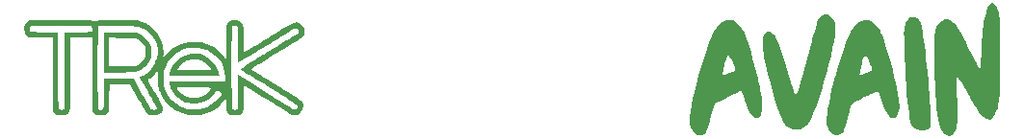
<source format=gbr>
G04 #@! TF.GenerationSoftware,KiCad,Pcbnew,7.0.9*
G04 #@! TF.CreationDate,2024-04-05T23:23:07+09:00*
G04 #@! TF.ProjectId,avain,61766169-6e2e-46b6-9963-61645f706362,rev?*
G04 #@! TF.SameCoordinates,Original*
G04 #@! TF.FileFunction,Legend,Top*
G04 #@! TF.FilePolarity,Positive*
%FSLAX46Y46*%
G04 Gerber Fmt 4.6, Leading zero omitted, Abs format (unit mm)*
G04 Created by KiCad (PCBNEW 7.0.9) date 2024-04-05 23:23:07*
%MOMM*%
%LPD*%
G01*
G04 APERTURE LIST*
G04 APERTURE END LIST*
G36*
X144705188Y-26802205D02*
G01*
X144942804Y-26836258D01*
X145164735Y-26900954D01*
X145396959Y-27002109D01*
X145427263Y-27017233D01*
X145739712Y-27213177D01*
X146017083Y-27463638D01*
X146251930Y-27758530D01*
X146436803Y-28087767D01*
X146564256Y-28441264D01*
X146601128Y-28606873D01*
X146624804Y-28738615D01*
X144425907Y-28738615D01*
X142227011Y-28738615D01*
X142250687Y-28606873D01*
X142345881Y-28265678D01*
X142354845Y-28246776D01*
X142893719Y-28246776D01*
X144423921Y-28246776D01*
X144773779Y-28246061D01*
X145089010Y-28243996D01*
X145364012Y-28240696D01*
X145593180Y-28236279D01*
X145770910Y-28230863D01*
X145891599Y-28224564D01*
X145949642Y-28217499D01*
X145954123Y-28214799D01*
X145931549Y-28165436D01*
X145871958Y-28080736D01*
X145787544Y-27975512D01*
X145690506Y-27864576D01*
X145593037Y-27762741D01*
X145542658Y-27715069D01*
X145302728Y-27530173D01*
X145052135Y-27402767D01*
X144777647Y-27328432D01*
X144466031Y-27302750D01*
X144316316Y-27305611D01*
X144140720Y-27315805D01*
X144011658Y-27331512D01*
X143905401Y-27358003D01*
X143798220Y-27400550D01*
X143718661Y-27438406D01*
X143559508Y-27534419D01*
X143385977Y-27667604D01*
X143216695Y-27820945D01*
X143070283Y-27977427D01*
X142965367Y-28120035D01*
X142957185Y-28134098D01*
X142893719Y-28246776D01*
X142354845Y-28246776D01*
X142502705Y-27934993D01*
X142712557Y-27627351D01*
X142966833Y-27355283D01*
X143256931Y-27131324D01*
X143268750Y-27123800D01*
X143568338Y-26961504D01*
X143869897Y-26856529D01*
X144194030Y-26802986D01*
X144425907Y-26792976D01*
X144705188Y-26802205D01*
G37*
G36*
X138225639Y-24909604D02*
G01*
X138538635Y-24911128D01*
X138796524Y-24914755D01*
X139006886Y-24921375D01*
X139177298Y-24931876D01*
X139315338Y-24947150D01*
X139428585Y-24968084D01*
X139524616Y-24995568D01*
X139611009Y-25030492D01*
X139695343Y-25073745D01*
X139785196Y-25126217D01*
X139806129Y-25138888D01*
X140083601Y-25345515D01*
X140312655Y-25594659D01*
X140489689Y-25877470D01*
X140611099Y-26185100D01*
X140673284Y-26508701D01*
X140672640Y-26839425D01*
X140616948Y-27130354D01*
X140489078Y-27466518D01*
X140310711Y-27754322D01*
X140079862Y-27996238D01*
X139794548Y-28194735D01*
X139735707Y-28226858D01*
X139625704Y-28282371D01*
X139521257Y-28328189D01*
X139414351Y-28365238D01*
X139296971Y-28394443D01*
X139161103Y-28416729D01*
X138998730Y-28433021D01*
X138801839Y-28444244D01*
X138562414Y-28451323D01*
X138272441Y-28455183D01*
X137923904Y-28456749D01*
X137742159Y-28456954D01*
X136468646Y-28457564D01*
X136468646Y-26683429D01*
X136468646Y-25397573D01*
X136960486Y-25397573D01*
X136960486Y-26665447D01*
X136960486Y-27933321D01*
X138111039Y-27923174D01*
X139261592Y-27913028D01*
X139456825Y-27814098D01*
X139670729Y-27684954D01*
X139837390Y-27532045D01*
X139974206Y-27337259D01*
X140044825Y-27201979D01*
X140110053Y-27059034D01*
X140148732Y-26948548D01*
X140167466Y-26841029D01*
X140172854Y-26706985D01*
X140172688Y-26630732D01*
X140164469Y-26439065D01*
X140140803Y-26293758D01*
X140098954Y-26174023D01*
X139982223Y-25979949D01*
X139816300Y-25790396D01*
X139620536Y-25625330D01*
X139483362Y-25538942D01*
X139261592Y-25418698D01*
X138111039Y-25408136D01*
X136960486Y-25397573D01*
X136468646Y-25397573D01*
X136468646Y-24909293D01*
X137849960Y-24909293D01*
X138225639Y-24909604D01*
G37*
G36*
X132747805Y-23855568D02*
G01*
X133267106Y-23855764D01*
X133720596Y-23856321D01*
X134112726Y-23857315D01*
X134447947Y-23858826D01*
X134730711Y-23860932D01*
X134965469Y-23863710D01*
X135156671Y-23867240D01*
X135308770Y-23871599D01*
X135426216Y-23876866D01*
X135513460Y-23883119D01*
X135574954Y-23890436D01*
X135615148Y-23898896D01*
X135634586Y-23906342D01*
X135709096Y-23936425D01*
X135777910Y-23933039D01*
X135858026Y-23904038D01*
X135895673Y-23891802D01*
X135948692Y-23881712D01*
X136023080Y-23873635D01*
X136124835Y-23867437D01*
X136259955Y-23862982D01*
X136434438Y-23860138D01*
X136654283Y-23858770D01*
X136925486Y-23858744D01*
X137254046Y-23859925D01*
X137645961Y-23862180D01*
X137710897Y-23862605D01*
X139437249Y-23874034D01*
X139759306Y-23983002D01*
X140120231Y-24126101D01*
X140430098Y-24296610D01*
X140705876Y-24504364D01*
X140789033Y-24579690D01*
X141058979Y-24858698D01*
X141272917Y-25138272D01*
X141442818Y-25436747D01*
X141580654Y-25772457D01*
X141594811Y-25813749D01*
X141656003Y-26049635D01*
X141697863Y-26322416D01*
X141717593Y-26602490D01*
X141712399Y-26860255D01*
X141702403Y-26952703D01*
X141686706Y-27076870D01*
X141678458Y-27170564D01*
X141679240Y-27215264D01*
X141679901Y-27216353D01*
X141704864Y-27197898D01*
X141753443Y-27136260D01*
X141782685Y-27093782D01*
X141995904Y-26824894D01*
X142267224Y-26568228D01*
X142584595Y-26332113D01*
X142935964Y-26124877D01*
X143309279Y-25954847D01*
X143555059Y-25869121D01*
X143677696Y-25833258D01*
X143784695Y-25807792D01*
X143892447Y-25790995D01*
X144017341Y-25781137D01*
X144175765Y-25776488D01*
X144384110Y-25775319D01*
X144443473Y-25775365D01*
X144667358Y-25776654D01*
X144837493Y-25780959D01*
X144970378Y-25790039D01*
X145082514Y-25805650D01*
X145190402Y-25829552D01*
X145310543Y-25863501D01*
X145332178Y-25870035D01*
X145750632Y-26028137D01*
X146144949Y-26238104D01*
X146504573Y-26492418D01*
X146818949Y-26783558D01*
X147077522Y-27104006D01*
X147089761Y-27122102D01*
X147218854Y-27314856D01*
X147219049Y-25857372D01*
X147219934Y-25510873D01*
X147222390Y-25193411D01*
X147226271Y-24911753D01*
X147231427Y-24672664D01*
X147237709Y-24482913D01*
X147244968Y-24349265D01*
X147253057Y-24278487D01*
X147253837Y-24275370D01*
X147316944Y-24147709D01*
X147423749Y-24022594D01*
X147551166Y-23924396D01*
X147616369Y-23892637D01*
X147708453Y-23872699D01*
X147843425Y-23860656D01*
X147999603Y-23856447D01*
X148155303Y-23860008D01*
X148288842Y-23871277D01*
X148378536Y-23890190D01*
X148389282Y-23894873D01*
X148542648Y-24005367D01*
X148668487Y-24154811D01*
X148688927Y-24189100D01*
X148704909Y-24226065D01*
X148718091Y-24278302D01*
X148728891Y-24353102D01*
X148737728Y-24457757D01*
X148745021Y-24599559D01*
X148751186Y-24785802D01*
X148756644Y-25023777D01*
X148761812Y-25320776D01*
X148764635Y-25508640D01*
X148782201Y-26722787D01*
X149695617Y-26164340D01*
X149942869Y-26013105D01*
X150235958Y-25833719D01*
X150560840Y-25634786D01*
X150903468Y-25424907D01*
X151249797Y-25212688D01*
X151585783Y-25006730D01*
X151856198Y-24840899D01*
X152184822Y-24639814D01*
X152460054Y-24473151D01*
X152688115Y-24338144D01*
X152875227Y-24232023D01*
X153027611Y-24152019D01*
X153151486Y-24095365D01*
X153253075Y-24059291D01*
X153338598Y-24041029D01*
X153414275Y-24037811D01*
X153486329Y-24046868D01*
X153560979Y-24065431D01*
X153583688Y-24072103D01*
X153728685Y-24147588D01*
X153867491Y-24276815D01*
X153988223Y-24443497D01*
X154079000Y-24631343D01*
X154127003Y-24816962D01*
X154133979Y-24969153D01*
X154105895Y-25103682D01*
X154036570Y-25228747D01*
X153919820Y-25352544D01*
X153749462Y-25483269D01*
X153519315Y-25629118D01*
X153510402Y-25634419D01*
X153407619Y-25696002D01*
X153258532Y-25786120D01*
X153069110Y-25901117D01*
X152845320Y-26037334D01*
X152593130Y-26191114D01*
X152318508Y-26358800D01*
X152027422Y-26536734D01*
X151725841Y-26721259D01*
X151419731Y-26908717D01*
X151115060Y-27095451D01*
X150817797Y-27277803D01*
X150533910Y-27452117D01*
X150269366Y-27614734D01*
X150030133Y-27761997D01*
X149822179Y-27890248D01*
X149651472Y-27995831D01*
X149523979Y-28075088D01*
X149445670Y-28124361D01*
X149422396Y-28139775D01*
X149446367Y-28162186D01*
X149525056Y-28217977D01*
X149653270Y-28303812D01*
X149825822Y-28416354D01*
X150037522Y-28552267D01*
X150283178Y-28708215D01*
X150557602Y-28880863D01*
X150855604Y-29066872D01*
X151108703Y-29223807D01*
X151575004Y-29512228D01*
X151985186Y-29766312D01*
X152342988Y-29988519D01*
X152652146Y-30181308D01*
X152916399Y-30347140D01*
X153139484Y-30488474D01*
X153325141Y-30607770D01*
X153477107Y-30707488D01*
X153599119Y-30790087D01*
X153694917Y-30858027D01*
X153768237Y-30913768D01*
X153822818Y-30959770D01*
X153862398Y-30998492D01*
X153890714Y-31032395D01*
X153911506Y-31063938D01*
X153915414Y-31070756D01*
X153999275Y-31274969D01*
X154014978Y-31472797D01*
X153962877Y-31673431D01*
X153940621Y-31722414D01*
X153803958Y-31945296D01*
X153642454Y-32103949D01*
X153453347Y-32200847D01*
X153385962Y-32219348D01*
X153242966Y-32243339D01*
X153129899Y-32239597D01*
X153052680Y-32221378D01*
X153009035Y-32202593D01*
X152932057Y-32161946D01*
X152819563Y-32098093D01*
X152669371Y-32009693D01*
X152479297Y-31895401D01*
X152247159Y-31753876D01*
X151970773Y-31583774D01*
X151647956Y-31383753D01*
X151276525Y-31152469D01*
X150854297Y-30888581D01*
X150379089Y-30590744D01*
X149848719Y-30257617D01*
X149344303Y-29940296D01*
X148782201Y-29586470D01*
X148764635Y-30718745D01*
X148759538Y-31043773D01*
X148754385Y-31306432D01*
X148747680Y-31514602D01*
X148737929Y-31676163D01*
X148723637Y-31798992D01*
X148703310Y-31890970D01*
X148675451Y-31959976D01*
X148638566Y-32013890D01*
X148591161Y-32060591D01*
X148531740Y-32107957D01*
X148495895Y-32135239D01*
X148424434Y-32184239D01*
X148353034Y-32215121D01*
X148261142Y-32233070D01*
X148128201Y-32243275D01*
X148054944Y-32246508D01*
X147866906Y-32251112D01*
X147731522Y-32245074D01*
X147631533Y-32224752D01*
X147549682Y-32186504D01*
X147468708Y-32126687D01*
X147462482Y-32121476D01*
X147376040Y-32038546D01*
X147312335Y-31948134D01*
X147268112Y-31838165D01*
X147240118Y-31696564D01*
X147225098Y-31511255D01*
X147219797Y-31270163D01*
X147219625Y-31220297D01*
X147218854Y-30698244D01*
X147066226Y-30905573D01*
X146753445Y-31274856D01*
X146401213Y-31587928D01*
X146012855Y-31842366D01*
X145591698Y-32035751D01*
X145443887Y-32086451D01*
X144979068Y-32198682D01*
X144516244Y-32244566D01*
X144061107Y-32226675D01*
X143619347Y-32147586D01*
X143196658Y-32009872D01*
X142798731Y-31816108D01*
X142431258Y-31568869D01*
X142099932Y-31270730D01*
X141810443Y-30924264D01*
X141568484Y-30532046D01*
X141450262Y-30280065D01*
X141358644Y-30042623D01*
X141293757Y-29823776D01*
X141248847Y-29595240D01*
X141217162Y-29328731D01*
X141213562Y-29288675D01*
X141205198Y-29118200D01*
X141205473Y-28919405D01*
X141208994Y-28826706D01*
X141706147Y-28826706D01*
X141706203Y-29004575D01*
X141710735Y-29152653D01*
X141720879Y-29360104D01*
X141735910Y-29520231D01*
X141759583Y-29655963D01*
X141795651Y-29790228D01*
X141834263Y-29907128D01*
X142007287Y-30309514D01*
X142231509Y-30665063D01*
X142508316Y-30975195D01*
X142839095Y-31241329D01*
X143225233Y-31464887D01*
X143456243Y-31567995D01*
X143801564Y-31674865D01*
X144180309Y-31732613D01*
X144574798Y-31740332D01*
X144967349Y-31697119D01*
X145160842Y-31655244D01*
X145549466Y-31519835D01*
X145913053Y-31318997D01*
X146250963Y-31053192D01*
X146562554Y-30722883D01*
X146701408Y-30543176D01*
X146789126Y-30409783D01*
X146825756Y-30311832D01*
X146810602Y-30235798D01*
X146742968Y-30168155D01*
X146680013Y-30127787D01*
X146579989Y-30075552D01*
X146497424Y-30043393D01*
X146470333Y-30038477D01*
X146422464Y-30065275D01*
X146350852Y-30135716D01*
X146270562Y-30234870D01*
X146266468Y-30240483D01*
X146124901Y-30426724D01*
X145997481Y-30570564D01*
X145864598Y-30691225D01*
X145706648Y-30807930D01*
X145646479Y-30848324D01*
X145314998Y-31026556D01*
X144955261Y-31146796D01*
X144579591Y-31207589D01*
X144200317Y-31207479D01*
X143829765Y-31145009D01*
X143639252Y-31085430D01*
X143337162Y-30940862D01*
X143048098Y-30739545D01*
X142787644Y-30494948D01*
X142571380Y-30220540D01*
X142496287Y-30097510D01*
X142436609Y-29974730D01*
X142374043Y-29820588D01*
X142364102Y-29792557D01*
X142893719Y-29792557D01*
X142957185Y-29901171D01*
X143136968Y-30143416D01*
X143371108Y-30355945D01*
X143646399Y-30528314D01*
X143873350Y-30625452D01*
X143993582Y-30663587D01*
X144103153Y-30686936D01*
X144224584Y-30698094D01*
X144380398Y-30699652D01*
X144496170Y-30697158D01*
X144680263Y-30689796D01*
X144815043Y-30677152D01*
X144921446Y-30655477D01*
X145020406Y-30621019D01*
X145088417Y-30591028D01*
X145388975Y-30421667D01*
X145633957Y-30219336D01*
X145767356Y-30063100D01*
X145840020Y-29966856D01*
X145898238Y-29896402D01*
X145927172Y-29868675D01*
X145956340Y-29850827D01*
X145951884Y-29835841D01*
X145909477Y-29823497D01*
X145824793Y-29813578D01*
X145693507Y-29805863D01*
X145511292Y-29800134D01*
X145273822Y-29796172D01*
X144976772Y-29793757D01*
X144615814Y-29792671D01*
X144423921Y-29792557D01*
X142893719Y-29792557D01*
X142364102Y-29792557D01*
X142352980Y-29761198D01*
X147091746Y-29761198D01*
X147093918Y-29784403D01*
X147131025Y-29827689D01*
X147181849Y-29879482D01*
X147206733Y-29897952D01*
X147216599Y-29868383D01*
X147218854Y-29827689D01*
X147195078Y-29769927D01*
X147143146Y-29757426D01*
X147091746Y-29761198D01*
X142352980Y-29761198D01*
X142315415Y-29655280D01*
X142267549Y-29498999D01*
X142237272Y-29371943D01*
X142230195Y-29310207D01*
X142242717Y-29301250D01*
X142283067Y-29293502D01*
X142355425Y-29286888D01*
X142463970Y-29281331D01*
X142612882Y-29276754D01*
X142806339Y-29273080D01*
X143048521Y-29270234D01*
X143343608Y-29268139D01*
X143695777Y-29266717D01*
X144109210Y-29265894D01*
X144588084Y-29265592D01*
X144667526Y-29265586D01*
X145145500Y-29265447D01*
X145558025Y-29264959D01*
X145909914Y-29264018D01*
X146205980Y-29262519D01*
X146451037Y-29260359D01*
X146649897Y-29257432D01*
X146807374Y-29253636D01*
X146928281Y-29248864D01*
X147017431Y-29243014D01*
X147079637Y-29235980D01*
X147119713Y-29227658D01*
X147142472Y-29217944D01*
X147149515Y-29211776D01*
X147171416Y-29160072D01*
X147180476Y-29066306D01*
X147177365Y-28919306D01*
X147172262Y-28834114D01*
X147109212Y-28390214D01*
X146984098Y-27976274D01*
X146972573Y-27952466D01*
X147707986Y-27952466D01*
X147708446Y-28392465D01*
X147709456Y-28828239D01*
X147711012Y-29254097D01*
X147713110Y-29664344D01*
X147715745Y-30053288D01*
X147718913Y-30415237D01*
X147722608Y-30744497D01*
X147726828Y-31035376D01*
X147731566Y-31282181D01*
X147736818Y-31479219D01*
X147742581Y-31620798D01*
X147748849Y-31701224D01*
X147752851Y-31717758D01*
X147812583Y-31743079D01*
X147912974Y-31756774D01*
X148029309Y-31758934D01*
X148136872Y-31749651D01*
X148210950Y-31729016D01*
X148226808Y-31716001D01*
X148233233Y-31672542D01*
X148239967Y-31566304D01*
X148246784Y-31404770D01*
X148253464Y-31195420D01*
X148259783Y-30945738D01*
X148265517Y-30663204D01*
X148270445Y-30355301D01*
X148272795Y-30172305D01*
X148290361Y-28672524D01*
X149238909Y-29270926D01*
X149813870Y-29633482D01*
X150332376Y-29960060D01*
X150797257Y-30252392D01*
X151211343Y-30512208D01*
X151577464Y-30741242D01*
X151898450Y-30941225D01*
X152177132Y-31113890D01*
X152416339Y-31260969D01*
X152618902Y-31384193D01*
X152787650Y-31485295D01*
X152925414Y-31566007D01*
X153035024Y-31628060D01*
X153119310Y-31673188D01*
X153181102Y-31703121D01*
X153223231Y-31719593D01*
X153247682Y-31724349D01*
X153331407Y-31705648D01*
X153401792Y-31640054D01*
X153428328Y-31601882D01*
X153479097Y-31506625D01*
X153506052Y-31423144D01*
X153507374Y-31408032D01*
X153501123Y-31386384D01*
X153480170Y-31357708D01*
X153441209Y-31319851D01*
X153380939Y-31270656D01*
X153296055Y-31207970D01*
X153183254Y-31129638D01*
X153039232Y-31033504D01*
X152860687Y-30917415D01*
X152644314Y-30779215D01*
X152386810Y-30616750D01*
X152084872Y-30427864D01*
X151735196Y-30210404D01*
X151334479Y-29962214D01*
X150879417Y-29681140D01*
X150521205Y-29460238D01*
X150181023Y-29250354D01*
X149857889Y-29050591D01*
X149556876Y-28864111D01*
X149283057Y-28694074D01*
X149041506Y-28543643D01*
X148837295Y-28415980D01*
X148675498Y-28314246D01*
X148561188Y-28241603D01*
X148499438Y-28201213D01*
X148490242Y-28194488D01*
X148491779Y-28179519D01*
X148518249Y-28151109D01*
X148573084Y-28107033D01*
X148659714Y-28045066D01*
X148781574Y-27962985D01*
X148942093Y-27858563D01*
X149144705Y-27729577D01*
X149392840Y-27573800D01*
X149689932Y-27389010D01*
X150039411Y-27172981D01*
X150444711Y-26923487D01*
X150562994Y-26850812D01*
X150927929Y-26626745D01*
X151285984Y-26407052D01*
X151630959Y-26195528D01*
X151956653Y-25995968D01*
X152256866Y-25812167D01*
X152525397Y-25647921D01*
X152756047Y-25507025D01*
X152942614Y-25393274D01*
X153078899Y-25310462D01*
X153129705Y-25279763D01*
X153290744Y-25179726D01*
X153431358Y-25086589D01*
X153539725Y-25008623D01*
X153604020Y-24954101D01*
X153615001Y-24940251D01*
X153630398Y-24883005D01*
X153612059Y-24811370D01*
X153560829Y-24714196D01*
X153487951Y-24609777D01*
X153415423Y-24560295D01*
X153323307Y-24553418D01*
X153304381Y-24555584D01*
X153264632Y-24574841D01*
X153172536Y-24626760D01*
X153035452Y-24706965D01*
X152860741Y-24811081D01*
X152655764Y-24934731D01*
X152427881Y-25073542D01*
X152268005Y-25171644D01*
X152023897Y-25321714D01*
X151731843Y-25501013D01*
X151403872Y-25702169D01*
X151052016Y-25917812D01*
X150688305Y-26140568D01*
X150324769Y-26363067D01*
X149973439Y-26577936D01*
X149783446Y-26694055D01*
X148290361Y-27606335D01*
X148281216Y-26023841D01*
X148278046Y-25597809D01*
X148273820Y-25239888D01*
X148268473Y-24947929D01*
X148261943Y-24719787D01*
X148254166Y-24553315D01*
X148245077Y-24446367D01*
X148234615Y-24396797D01*
X148233001Y-24394269D01*
X148169943Y-24364045D01*
X148050271Y-24348653D01*
X147988679Y-24347191D01*
X147865645Y-24351708D01*
X147793637Y-24368794D01*
X147753798Y-24403754D01*
X147747061Y-24415144D01*
X147740561Y-24461799D01*
X147734666Y-24572543D01*
X147729371Y-24741683D01*
X147724672Y-24963527D01*
X147720565Y-25232381D01*
X147717044Y-25542553D01*
X147714105Y-25888350D01*
X147711744Y-26264080D01*
X147709956Y-26664049D01*
X147708737Y-27082565D01*
X147708081Y-27513935D01*
X147707986Y-27952466D01*
X146972573Y-27952466D01*
X146800096Y-27596161D01*
X146560381Y-27253746D01*
X146268130Y-26952895D01*
X145926517Y-26697479D01*
X145538718Y-26491366D01*
X145128535Y-26344213D01*
X144898587Y-26296582D01*
X144629494Y-26268850D01*
X144345303Y-26261300D01*
X144070066Y-26274213D01*
X143827829Y-26307873D01*
X143742878Y-26327944D01*
X143321550Y-26478299D01*
X142939930Y-26684571D01*
X142601844Y-26942799D01*
X142311121Y-27249018D01*
X142071586Y-27599265D01*
X141887066Y-27989578D01*
X141771820Y-28369151D01*
X141737046Y-28533488D01*
X141715792Y-28677842D01*
X141706147Y-28826706D01*
X141208994Y-28826706D01*
X141213321Y-28712816D01*
X141227680Y-28518957D01*
X141247483Y-28358353D01*
X141266499Y-28267719D01*
X141260395Y-28254831D01*
X141223767Y-28292528D01*
X141166616Y-28369736D01*
X140962594Y-28614769D01*
X140699785Y-28847453D01*
X140529047Y-28969776D01*
X140431410Y-29041090D01*
X140365360Y-29101968D01*
X140344950Y-29139420D01*
X140345087Y-29139796D01*
X140365485Y-29178273D01*
X140416694Y-29270440D01*
X140494599Y-29409019D01*
X140595088Y-29586731D01*
X140714045Y-29796300D01*
X140847359Y-30030445D01*
X140962229Y-30231700D01*
X141146265Y-30555389D01*
X141297037Y-30825081D01*
X141417299Y-31047106D01*
X141509801Y-31227798D01*
X141577295Y-31373488D01*
X141622535Y-31490510D01*
X141648270Y-31585195D01*
X141657254Y-31663876D01*
X141652238Y-31732885D01*
X141638954Y-31788900D01*
X141571262Y-31957409D01*
X141477533Y-32080428D01*
X141348226Y-32163484D01*
X141173801Y-32212103D01*
X140944719Y-32231812D01*
X140872549Y-32232893D01*
X140750940Y-32233419D01*
X140647553Y-32230693D01*
X140557751Y-32219709D01*
X140476893Y-32195456D01*
X140400342Y-32152927D01*
X140323457Y-32087112D01*
X140241601Y-31993003D01*
X140150134Y-31865592D01*
X140044418Y-31699868D01*
X139919812Y-31490825D01*
X139771680Y-31233452D01*
X139595380Y-30922742D01*
X139495155Y-30745708D01*
X138775559Y-29475212D01*
X137876805Y-29484576D01*
X136978051Y-29493940D01*
X136960486Y-30670842D01*
X136955295Y-31007404D01*
X136949840Y-31281258D01*
X136942714Y-31499954D01*
X136932505Y-31671036D01*
X136917807Y-31802053D01*
X136897208Y-31900551D01*
X136869301Y-31974077D01*
X136832677Y-32030177D01*
X136785926Y-32076400D01*
X136727640Y-32120292D01*
X136684290Y-32150193D01*
X136609409Y-32193444D01*
X136524726Y-32220947D01*
X136409914Y-32237210D01*
X136250033Y-32246531D01*
X136060700Y-32247629D01*
X135913690Y-32235374D01*
X135834421Y-32215854D01*
X135707984Y-32133761D01*
X135591810Y-32007351D01*
X135507102Y-31861714D01*
X135487079Y-31804790D01*
X135479618Y-31741339D01*
X135472988Y-31607871D01*
X135467194Y-31404630D01*
X135462236Y-31131858D01*
X135458119Y-30789797D01*
X135454845Y-30378689D01*
X135452416Y-29898776D01*
X135450836Y-29350301D01*
X135450107Y-28733506D01*
X135450054Y-28527827D01*
X135450046Y-28373460D01*
X135937522Y-28373460D01*
X135938097Y-28810008D01*
X135939307Y-29236815D01*
X135941154Y-29648182D01*
X135943641Y-30038413D01*
X135946769Y-30401810D01*
X135950540Y-30732674D01*
X135954958Y-31025309D01*
X135960024Y-31274016D01*
X135965741Y-31473097D01*
X135972111Y-31616855D01*
X135979136Y-31699593D01*
X135983833Y-31717758D01*
X136041485Y-31742150D01*
X136141470Y-31757372D01*
X136205161Y-31759916D01*
X136316653Y-31752090D01*
X136401291Y-31732145D01*
X136426488Y-31717758D01*
X136438071Y-31686527D01*
X136447559Y-31615067D01*
X136455093Y-31498697D01*
X136460817Y-31332733D01*
X136464871Y-31112493D01*
X136467400Y-30833293D01*
X136468544Y-30490453D01*
X136468646Y-30329640D01*
X136468646Y-28983680D01*
X137773432Y-28992890D01*
X139078219Y-29002101D01*
X139837402Y-30343640D01*
X140049964Y-30717071D01*
X140230574Y-31029610D01*
X140380012Y-31282536D01*
X140499058Y-31477131D01*
X140588492Y-31614675D01*
X140649095Y-31696449D01*
X140677284Y-31722547D01*
X140778632Y-31749101D01*
X140909704Y-31759305D01*
X141032842Y-31751677D01*
X141085551Y-31738591D01*
X141128745Y-31690658D01*
X141141122Y-31633113D01*
X141122993Y-31577203D01*
X141068978Y-31462237D01*
X140979637Y-31289230D01*
X140855528Y-31059196D01*
X140697211Y-30773152D01*
X140505243Y-30432112D01*
X140280186Y-30037092D01*
X140022597Y-29589107D01*
X139880488Y-29343345D01*
X139790964Y-29187722D01*
X139715628Y-29054740D01*
X139660795Y-28955702D01*
X139632778Y-28901912D01*
X139630472Y-28895772D01*
X139659745Y-28874277D01*
X139738554Y-28829280D01*
X139853381Y-28768284D01*
X139937872Y-28725149D01*
X140239107Y-28554940D01*
X140482579Y-28371928D01*
X140680783Y-28162858D01*
X140846217Y-27914473D01*
X140991377Y-27613516D01*
X140995810Y-27602910D01*
X141099687Y-27329429D01*
X141113300Y-27280662D01*
X141632961Y-27280662D01*
X141650527Y-27298228D01*
X141668093Y-27280662D01*
X141650527Y-27263097D01*
X141632961Y-27280662D01*
X141113300Y-27280662D01*
X141167026Y-27088187D01*
X141203145Y-26854992D01*
X141213383Y-26613166D01*
X141195424Y-26302457D01*
X141137862Y-26020298D01*
X141033753Y-25737568D01*
X140974613Y-25611921D01*
X140819868Y-25360580D01*
X140613246Y-25113911D01*
X140372005Y-24889129D01*
X140113399Y-24703450D01*
X139999351Y-24638983D01*
X139883767Y-24579669D01*
X139781513Y-24529802D01*
X139685366Y-24488508D01*
X139588101Y-24454913D01*
X139482496Y-24428141D01*
X139361327Y-24407320D01*
X139217371Y-24391574D01*
X139043403Y-24380030D01*
X138832199Y-24371812D01*
X138576538Y-24366048D01*
X138269194Y-24361862D01*
X137902944Y-24358380D01*
X137664285Y-24356369D01*
X137282160Y-24353307D01*
X136964209Y-24351210D01*
X136704349Y-24350253D01*
X136496495Y-24350608D01*
X136334565Y-24352450D01*
X136212474Y-24355953D01*
X136124138Y-24361292D01*
X136063474Y-24368639D01*
X136024397Y-24378170D01*
X136000825Y-24390058D01*
X135986761Y-24404355D01*
X135979293Y-24449045D01*
X135972430Y-24558064D01*
X135966175Y-24725715D01*
X135960528Y-24946300D01*
X135955494Y-25214120D01*
X135951074Y-25523480D01*
X135947271Y-25868680D01*
X135944086Y-26244022D01*
X135941522Y-26643811D01*
X135939581Y-27062346D01*
X135938266Y-27493931D01*
X135937579Y-27932868D01*
X135937522Y-28373460D01*
X135450046Y-28373460D01*
X135449881Y-25383567D01*
X134483745Y-25393435D01*
X133517609Y-25403304D01*
X133517609Y-28565172D01*
X133517496Y-29116043D01*
X133517110Y-29600978D01*
X133516380Y-30024303D01*
X133515235Y-30390345D01*
X133513604Y-30703430D01*
X133511416Y-30967884D01*
X133508599Y-31188033D01*
X133505083Y-31368205D01*
X133500797Y-31512726D01*
X133495670Y-31625921D01*
X133489630Y-31712118D01*
X133482607Y-31775642D01*
X133474530Y-31820820D01*
X133465327Y-31851979D01*
X133463572Y-31856370D01*
X133374838Y-32018232D01*
X133258295Y-32133309D01*
X133104012Y-32206877D01*
X132902057Y-32244213D01*
X132719769Y-32251624D01*
X132548815Y-32247554D01*
X132429607Y-32233611D01*
X132343977Y-32206932D01*
X132305576Y-32186391D01*
X132161618Y-32073951D01*
X132061241Y-31932367D01*
X132025864Y-31856370D01*
X132016456Y-31827250D01*
X132008185Y-31784880D01*
X132000981Y-31724933D01*
X131994773Y-31643083D01*
X131989489Y-31535005D01*
X131985059Y-31396374D01*
X131981412Y-31222863D01*
X131978476Y-31010148D01*
X131976181Y-30753902D01*
X131974455Y-30449801D01*
X131973229Y-30093518D01*
X131972430Y-29680727D01*
X131971987Y-29207104D01*
X131971831Y-28668323D01*
X131971827Y-28564087D01*
X131971827Y-25401133D01*
X131032062Y-25400937D01*
X130710489Y-25399822D01*
X130451058Y-25395998D01*
X130245673Y-25388518D01*
X130086237Y-25376439D01*
X129964651Y-25358815D01*
X129872819Y-25334703D01*
X129802642Y-25303158D01*
X129746024Y-25263236D01*
X129730008Y-25249056D01*
X129621030Y-25132309D01*
X129550641Y-25010608D01*
X129511759Y-24864572D01*
X129497298Y-24674820D01*
X129496931Y-24637894D01*
X130005007Y-24637894D01*
X130007583Y-24754176D01*
X130021111Y-24820200D01*
X130053118Y-24855885D01*
X130094585Y-24875031D01*
X130152915Y-24883935D01*
X130273553Y-24891849D01*
X130448544Y-24898551D01*
X130669939Y-24903819D01*
X130929783Y-24907433D01*
X131220126Y-24909169D01*
X131324183Y-24909293D01*
X132463667Y-24909293D01*
X132463667Y-28292447D01*
X132463870Y-28887463D01*
X132464507Y-29415429D01*
X132465617Y-29879555D01*
X132467238Y-30283053D01*
X132469412Y-30629133D01*
X132472177Y-30921008D01*
X132475573Y-31161888D01*
X132479639Y-31354983D01*
X132484415Y-31503506D01*
X132489941Y-31610668D01*
X132496256Y-31679679D01*
X132503399Y-31713751D01*
X132505825Y-31717758D01*
X132562204Y-31740845D01*
X132663399Y-31756157D01*
X132750508Y-31759916D01*
X132872794Y-31755254D01*
X132944196Y-31737671D01*
X132983688Y-31701769D01*
X132989402Y-31691962D01*
X132996499Y-31643675D01*
X133002822Y-31526668D01*
X133008372Y-31340767D01*
X133013152Y-31085794D01*
X133017162Y-30761575D01*
X133020406Y-30367933D01*
X133022884Y-29904693D01*
X133024599Y-29371679D01*
X133025553Y-28768715D01*
X133025769Y-28266651D01*
X133025769Y-24909293D01*
X134193888Y-24908755D01*
X134474901Y-24907782D01*
X134734346Y-24905268D01*
X134963637Y-24901422D01*
X135154186Y-24896451D01*
X135297406Y-24890566D01*
X135384711Y-24883975D01*
X135407655Y-24879262D01*
X135433958Y-24832768D01*
X135444676Y-24731659D01*
X135442786Y-24607531D01*
X135432270Y-24364757D01*
X132746928Y-24355753D01*
X132228864Y-24354234D01*
X131777095Y-24353419D01*
X131387656Y-24353357D01*
X131056584Y-24354102D01*
X130779914Y-24355703D01*
X130553681Y-24358212D01*
X130373921Y-24361681D01*
X130236669Y-24366160D01*
X130137960Y-24371702D01*
X130073832Y-24378357D01*
X130040317Y-24386177D01*
X130033566Y-24390884D01*
X130018124Y-24448455D01*
X130007718Y-24550606D01*
X130005007Y-24637894D01*
X129496931Y-24637894D01*
X129496661Y-24610676D01*
X129508115Y-24391058D01*
X129546968Y-24224181D01*
X129619952Y-24095630D01*
X129733801Y-23990992D01*
X129808607Y-23942869D01*
X129957945Y-23855351D01*
X132747805Y-23855568D01*
G37*
G36*
X207822485Y-23573341D02*
G01*
X208003891Y-23663110D01*
X208150518Y-23821987D01*
X208268631Y-24057658D01*
X208364493Y-24377809D01*
X208396091Y-24521748D01*
X208445534Y-24797345D01*
X208499942Y-25157714D01*
X208558238Y-25591789D01*
X208619346Y-26088500D01*
X208682187Y-26636781D01*
X208745686Y-27225564D01*
X208808766Y-27843782D01*
X208870349Y-28480366D01*
X208929359Y-29124250D01*
X208984719Y-29764365D01*
X209035352Y-30389644D01*
X209080180Y-30989020D01*
X209118129Y-31551424D01*
X209148119Y-32065790D01*
X209165340Y-32427611D01*
X209175752Y-32733662D01*
X209175189Y-32960688D01*
X209159949Y-33125422D01*
X209126328Y-33244594D01*
X209070626Y-33334933D01*
X208989140Y-33413172D01*
X208938629Y-33452197D01*
X208763797Y-33531873D01*
X208532575Y-33566842D01*
X208274178Y-33555917D01*
X208017817Y-33497915D01*
X207996093Y-33490434D01*
X207766362Y-33387722D01*
X207599892Y-33255760D01*
X207479378Y-33074072D01*
X207387512Y-32822181D01*
X207367093Y-32746228D01*
X207301038Y-32437392D01*
X207236802Y-32036833D01*
X207174734Y-31548843D01*
X207115183Y-30977718D01*
X207058498Y-30327753D01*
X207005029Y-29603241D01*
X206955124Y-28808479D01*
X206909134Y-27947759D01*
X206867406Y-27025378D01*
X206836421Y-26220564D01*
X206820763Y-25740900D01*
X206811878Y-25345493D01*
X206810704Y-25022746D01*
X206818182Y-24761062D01*
X206835249Y-24548844D01*
X206862844Y-24374497D01*
X206901905Y-24226423D01*
X206953373Y-24093027D01*
X207018184Y-23962711D01*
X207019358Y-23960544D01*
X207153590Y-23750031D01*
X207292128Y-23620239D01*
X207454638Y-23557093D01*
X207600036Y-23544993D01*
X207822485Y-23573341D01*
G37*
G36*
X200095383Y-23370644D02*
G01*
X200316984Y-23468981D01*
X200510027Y-23646916D01*
X200564408Y-23722996D01*
X200676216Y-23923065D01*
X200745342Y-24121821D01*
X200777578Y-24347546D01*
X200778718Y-24628524D01*
X200773052Y-24741648D01*
X200730925Y-25182918D01*
X200652185Y-25710685D01*
X200537258Y-26322846D01*
X200386571Y-27017299D01*
X200200550Y-27791940D01*
X199992651Y-28595846D01*
X199775289Y-29381937D01*
X199557864Y-30110618D01*
X199342231Y-30777099D01*
X199130249Y-31376593D01*
X198923773Y-31904310D01*
X198724661Y-32355463D01*
X198534770Y-32725261D01*
X198355956Y-33008916D01*
X198216435Y-33176350D01*
X197968687Y-33362326D01*
X197676567Y-33481973D01*
X197364803Y-33530479D01*
X197058123Y-33503028D01*
X196866431Y-33439125D01*
X196691960Y-33340891D01*
X196526938Y-33205933D01*
X196368960Y-33028685D01*
X196215617Y-32803578D01*
X196064502Y-32525045D01*
X195913208Y-32187519D01*
X195759327Y-31785432D01*
X195600452Y-31313217D01*
X195434176Y-30765305D01*
X195258090Y-30136130D01*
X195069788Y-29420124D01*
X194986073Y-29090560D01*
X194855767Y-28570041D01*
X194747717Y-28130616D01*
X194659515Y-27760569D01*
X194588755Y-27448185D01*
X194533030Y-27181748D01*
X194489934Y-26949543D01*
X194457059Y-26739855D01*
X194432000Y-26540968D01*
X194412349Y-26341166D01*
X194406235Y-26268000D01*
X194391555Y-25836668D01*
X194422447Y-25481595D01*
X194498242Y-25205171D01*
X194618271Y-25009786D01*
X194781864Y-24897828D01*
X194790918Y-24894553D01*
X194979957Y-24877122D01*
X195172202Y-24948569D01*
X195354034Y-25103224D01*
X195387254Y-25142765D01*
X195493008Y-25307655D01*
X195618183Y-25559090D01*
X195760232Y-25890126D01*
X195916611Y-26293824D01*
X196084776Y-26763242D01*
X196262180Y-27291440D01*
X196446281Y-27871475D01*
X196634531Y-28496407D01*
X196702657Y-28730447D01*
X196793866Y-29044500D01*
X196880917Y-29340322D01*
X196958723Y-29600933D01*
X197022199Y-29809352D01*
X197066262Y-29948601D01*
X197076503Y-29978840D01*
X197153006Y-30163437D01*
X197235769Y-30311076D01*
X197313307Y-30405339D01*
X197374137Y-30429806D01*
X197386485Y-30422041D01*
X197412750Y-30362746D01*
X197460949Y-30219920D01*
X197528465Y-30002874D01*
X197612682Y-29720916D01*
X197710984Y-29383358D01*
X197820757Y-28999507D01*
X197939384Y-28578673D01*
X198064249Y-28130166D01*
X198192736Y-27663296D01*
X198322231Y-27187372D01*
X198450117Y-26711703D01*
X198573779Y-26245598D01*
X198690600Y-25798368D01*
X198745445Y-25585456D01*
X198846862Y-25195708D01*
X198945398Y-24828314D01*
X199037548Y-24495513D01*
X199119807Y-24209545D01*
X199188671Y-23982651D01*
X199240633Y-23827070D01*
X199267370Y-23762740D01*
X199431220Y-23547953D01*
X199635304Y-23410657D01*
X199862424Y-23351378D01*
X200095383Y-23370644D01*
G37*
G36*
X191757481Y-23882112D02*
G01*
X192044566Y-24026237D01*
X192316026Y-24260008D01*
X192565014Y-24583837D01*
X192647524Y-24721993D01*
X192765798Y-24963692D01*
X192898849Y-25288972D01*
X193043404Y-25687093D01*
X193196189Y-26147317D01*
X193353929Y-26658906D01*
X193513352Y-27211121D01*
X193671182Y-27793223D01*
X193824147Y-28394476D01*
X193968971Y-29004139D01*
X194014506Y-29205732D01*
X194115956Y-29667500D01*
X194196153Y-30050500D01*
X194257143Y-30369123D01*
X194300973Y-30637761D01*
X194329689Y-30870807D01*
X194345339Y-31082652D01*
X194349968Y-31287688D01*
X194345624Y-31500308D01*
X194344602Y-31526903D01*
X194321060Y-31847296D01*
X194276050Y-32087123D01*
X194204125Y-32260504D01*
X194099842Y-32381557D01*
X193988326Y-32450750D01*
X193851273Y-32499380D01*
X193734242Y-32492889D01*
X193613920Y-32423127D01*
X193466996Y-32281946D01*
X193448535Y-32262060D01*
X193333288Y-32126287D01*
X193231445Y-31978681D01*
X193135895Y-31804192D01*
X193039528Y-31587774D01*
X192935230Y-31314377D01*
X192815890Y-30968953D01*
X192765408Y-30816560D01*
X192681681Y-30562561D01*
X192608638Y-30342641D01*
X192551389Y-30172052D01*
X192515043Y-30066044D01*
X192504574Y-30038090D01*
X192461632Y-30054328D01*
X192353702Y-30108397D01*
X192199338Y-30190770D01*
X192091910Y-30249951D01*
X191908131Y-30348803D01*
X191662781Y-30475789D01*
X191381144Y-30618079D01*
X191088502Y-30762844D01*
X190917113Y-30846055D01*
X190145675Y-31217526D01*
X189867877Y-32320212D01*
X189761892Y-32731809D01*
X189671157Y-33060559D01*
X189591305Y-33317620D01*
X189517971Y-33514152D01*
X189446790Y-33661313D01*
X189373394Y-33770262D01*
X189293419Y-33852156D01*
X189257269Y-33880834D01*
X189078396Y-33964894D01*
X188863368Y-33997803D01*
X188656153Y-33975670D01*
X188567568Y-33941892D01*
X188366532Y-33793113D01*
X188187287Y-33579879D01*
X188055121Y-33333701D01*
X188034805Y-33278044D01*
X187990786Y-33050421D01*
X187980118Y-32739581D01*
X188001663Y-32351928D01*
X188054283Y-31893867D01*
X188136839Y-31371805D01*
X188248192Y-30792144D01*
X188387204Y-30161292D01*
X188552736Y-29485653D01*
X188743649Y-28771631D01*
X188764657Y-28698791D01*
X190857132Y-28698791D01*
X190879175Y-28724811D01*
X190879444Y-28724703D01*
X190940256Y-28701839D01*
X191071326Y-28653663D01*
X191252606Y-28587517D01*
X191438395Y-28520036D01*
X191659737Y-28438980D01*
X191806229Y-28380205D01*
X191893319Y-28333309D01*
X191936453Y-28287890D01*
X191951079Y-28233543D01*
X191952635Y-28173728D01*
X191929991Y-28002478D01*
X191869357Y-27791734D01*
X191781677Y-27565544D01*
X191677896Y-27347957D01*
X191568956Y-27163019D01*
X191465804Y-27034781D01*
X191417684Y-26998272D01*
X191358005Y-26979691D01*
X191309701Y-27011562D01*
X191254431Y-27110545D01*
X191226661Y-27171763D01*
X191175738Y-27312518D01*
X191115925Y-27516974D01*
X191055735Y-27754393D01*
X191016518Y-27930535D01*
X190968156Y-28160251D01*
X190923446Y-28367902D01*
X190887967Y-28527842D01*
X190869864Y-28604665D01*
X190857132Y-28698791D01*
X188764657Y-28698791D01*
X188958806Y-28025633D01*
X188982613Y-27946190D01*
X189136597Y-27447967D01*
X189297624Y-26952101D01*
X189460714Y-26472395D01*
X189620887Y-26022650D01*
X189773162Y-25616668D01*
X189912558Y-25268250D01*
X190034096Y-24991198D01*
X190090252Y-24876692D01*
X190327309Y-24491650D01*
X190589820Y-24193767D01*
X190870940Y-23983458D01*
X191163821Y-23861136D01*
X191461617Y-23827216D01*
X191757481Y-23882112D01*
G37*
G36*
X203689792Y-23859684D02*
G01*
X203936944Y-23953059D01*
X204224388Y-24144705D01*
X204482983Y-24424942D01*
X204714278Y-24795547D01*
X204772946Y-24912796D01*
X204904184Y-25216998D01*
X205047592Y-25601828D01*
X205199526Y-26053197D01*
X205356346Y-26557012D01*
X205514410Y-27099182D01*
X205670076Y-27665617D01*
X205819702Y-28242226D01*
X205959647Y-28814917D01*
X206086268Y-29369600D01*
X206195925Y-29892183D01*
X206284975Y-30368576D01*
X206349776Y-30784687D01*
X206386687Y-31126425D01*
X206389412Y-31167373D01*
X206394249Y-31577514D01*
X206356012Y-31917069D01*
X206275758Y-32180031D01*
X206185756Y-32326820D01*
X206027082Y-32461611D01*
X205859169Y-32501342D01*
X205683648Y-32446367D01*
X205502149Y-32297041D01*
X205384207Y-32152946D01*
X205289335Y-32018361D01*
X205210394Y-31892855D01*
X205139887Y-31759461D01*
X205070315Y-31601214D01*
X204994178Y-31401147D01*
X204903980Y-31142293D01*
X204799871Y-30830813D01*
X204713190Y-30576459D01*
X204634116Y-30358506D01*
X204568298Y-30191429D01*
X204521384Y-30089708D01*
X204501163Y-30065145D01*
X204449040Y-30089805D01*
X204322894Y-30152001D01*
X204134384Y-30245908D01*
X203895170Y-30365702D01*
X203616912Y-30505557D01*
X203321795Y-30654334D01*
X202979973Y-30827226D01*
X202713943Y-30963380D01*
X202513688Y-31069166D01*
X202369189Y-31150955D01*
X202270430Y-31215117D01*
X202207391Y-31268025D01*
X202170056Y-31316049D01*
X202148406Y-31365559D01*
X202136227Y-31408294D01*
X202109953Y-31509326D01*
X202064167Y-31685891D01*
X202003386Y-31920548D01*
X201932129Y-32195855D01*
X201854913Y-32494369D01*
X201843696Y-32537748D01*
X201763442Y-32837685D01*
X201683969Y-33115926D01*
X201610608Y-33355187D01*
X201548687Y-33538185D01*
X201503538Y-33647634D01*
X201498823Y-33656165D01*
X201356939Y-33819943D01*
X201166027Y-33938204D01*
X200953543Y-34001581D01*
X200746943Y-34000706D01*
X200619364Y-33956209D01*
X200375601Y-33768503D01*
X200183393Y-33508985D01*
X200052434Y-33192266D01*
X200019057Y-33051185D01*
X199999661Y-32820732D01*
X200010953Y-32508865D01*
X200050882Y-32124444D01*
X200117397Y-31676332D01*
X200208445Y-31173390D01*
X200321977Y-30624481D01*
X200455940Y-30038465D01*
X200608283Y-29424205D01*
X200776954Y-28790563D01*
X200801396Y-28704504D01*
X202872958Y-28704504D01*
X202897316Y-28722908D01*
X202911191Y-28718693D01*
X202978986Y-28694346D01*
X203116487Y-28645605D01*
X203302785Y-28579866D01*
X203488268Y-28514606D01*
X203723904Y-28430324D01*
X203880616Y-28362295D01*
X203969667Y-28293791D01*
X204002322Y-28208083D01*
X203989845Y-28088443D01*
X203943501Y-27918142D01*
X203927111Y-27862886D01*
X203839156Y-27610484D01*
X203736096Y-27384577D01*
X203626744Y-27198263D01*
X203519916Y-27064642D01*
X203424425Y-26996812D01*
X203350790Y-27006414D01*
X203294482Y-27092044D01*
X203228697Y-27254333D01*
X203159060Y-27475102D01*
X203091199Y-27736175D01*
X203030738Y-28019376D01*
X203020929Y-28072105D01*
X202980778Y-28278248D01*
X202940311Y-28461184D01*
X202906414Y-28590537D01*
X202897289Y-28617755D01*
X202872958Y-28704504D01*
X200801396Y-28704504D01*
X200959902Y-28146400D01*
X201155076Y-27500579D01*
X201360425Y-26861960D01*
X201573896Y-26239406D01*
X201636135Y-26065608D01*
X201802064Y-25619885D01*
X201949679Y-25254074D01*
X202085402Y-24955296D01*
X202215658Y-24710674D01*
X202346869Y-24507328D01*
X202485458Y-24332382D01*
X202519724Y-24294072D01*
X202798057Y-24042253D01*
X203085619Y-23885970D01*
X203382750Y-23825141D01*
X203689792Y-23859684D01*
G37*
G36*
X214744369Y-22373524D02*
G01*
X214852887Y-22504795D01*
X214956032Y-22698363D01*
X215014927Y-22830931D01*
X215065806Y-22964194D01*
X215109251Y-23105989D01*
X215145844Y-23264154D01*
X215176165Y-23446526D01*
X215200796Y-23660943D01*
X215220319Y-23915242D01*
X215235314Y-24217260D01*
X215246363Y-24574835D01*
X215254048Y-24995805D01*
X215258950Y-25488007D01*
X215261650Y-26059278D01*
X215262730Y-26717456D01*
X215262792Y-26833850D01*
X215261964Y-27582987D01*
X215258615Y-28244015D01*
X215252448Y-28824829D01*
X215243165Y-29333323D01*
X215230468Y-29777394D01*
X215214060Y-30164935D01*
X215193644Y-30503843D01*
X215168921Y-30802013D01*
X215139593Y-31067339D01*
X215105364Y-31307717D01*
X215090815Y-31395286D01*
X215026283Y-31656235D01*
X214928045Y-31915517D01*
X214806280Y-32156628D01*
X214671167Y-32363062D01*
X214532886Y-32518313D01*
X214401616Y-32605876D01*
X214336002Y-32619203D01*
X214236803Y-32595403D01*
X214088874Y-32535163D01*
X213924180Y-32454102D01*
X213774688Y-32367839D01*
X213679112Y-32298257D01*
X213528524Y-32142248D01*
X213366415Y-31932230D01*
X213186176Y-31658432D01*
X212981202Y-31311080D01*
X212841350Y-31059180D01*
X212722687Y-30844841D01*
X212581041Y-30594314D01*
X212423356Y-30319345D01*
X212256579Y-30031681D01*
X212087654Y-29743067D01*
X211923528Y-29465251D01*
X211771145Y-29209979D01*
X211637451Y-28988997D01*
X211529391Y-28814051D01*
X211453910Y-28696888D01*
X211417954Y-28649255D01*
X211416235Y-28648951D01*
X211415066Y-28697810D01*
X211417187Y-28830337D01*
X211422259Y-29034237D01*
X211429942Y-29297217D01*
X211439898Y-29606982D01*
X211451787Y-29951238D01*
X211453475Y-29998376D01*
X211466440Y-30417041D01*
X211476778Y-30867377D01*
X211484101Y-31321713D01*
X211488020Y-31752378D01*
X211488145Y-32131699D01*
X211486187Y-32326408D01*
X211480636Y-32659348D01*
X211474508Y-32912000D01*
X211465916Y-33100096D01*
X211452977Y-33239367D01*
X211433805Y-33345546D01*
X211406516Y-33434367D01*
X211369223Y-33521560D01*
X211334340Y-33593755D01*
X211181636Y-33834836D01*
X211006036Y-33986006D01*
X210810753Y-34045609D01*
X210598997Y-34011992D01*
X210556114Y-33994459D01*
X210399062Y-33888952D01*
X210238211Y-33723235D01*
X210101976Y-33527568D01*
X210080343Y-33487812D01*
X209977722Y-33248309D01*
X209885846Y-32945595D01*
X209804375Y-32576194D01*
X209732970Y-32136632D01*
X209671289Y-31623432D01*
X209618995Y-31033120D01*
X209575745Y-30362219D01*
X209541202Y-29607254D01*
X209515024Y-28764749D01*
X209496872Y-27831229D01*
X209492269Y-27475114D01*
X209486457Y-26935637D01*
X209482472Y-26482840D01*
X209480504Y-26107386D01*
X209480744Y-25799937D01*
X209483383Y-25551157D01*
X209488611Y-25351709D01*
X209496621Y-25192255D01*
X209507602Y-25063459D01*
X209521746Y-24955984D01*
X209539243Y-24860493D01*
X209546405Y-24827228D01*
X209663274Y-24458961D01*
X209832164Y-24163202D01*
X210049474Y-23944531D01*
X210311600Y-23807532D01*
X210359635Y-23792894D01*
X210488666Y-23770415D01*
X210622862Y-23782604D01*
X210801400Y-23833337D01*
X210815272Y-23837993D01*
X210926766Y-23878561D01*
X211026818Y-23924857D01*
X211120408Y-23984202D01*
X211212516Y-24063920D01*
X211308120Y-24171333D01*
X211412202Y-24313762D01*
X211529742Y-24498532D01*
X211665717Y-24732963D01*
X211825110Y-25024378D01*
X212012899Y-25380100D01*
X212234064Y-25807451D01*
X212477180Y-26281676D01*
X212682259Y-26681946D01*
X212874591Y-27056038D01*
X213049648Y-27395239D01*
X213202904Y-27690840D01*
X213329834Y-27934130D01*
X213425911Y-28116400D01*
X213486609Y-28228938D01*
X213506786Y-28263054D01*
X213517732Y-28226800D01*
X213531412Y-28106228D01*
X213547002Y-27912984D01*
X213563678Y-27658715D01*
X213580618Y-27355065D01*
X213596998Y-27013682D01*
X213600103Y-26942638D01*
X213630647Y-26282089D01*
X213662298Y-25707044D01*
X213696268Y-25206972D01*
X213733769Y-24771348D01*
X213776012Y-24389642D01*
X213824210Y-24051327D01*
X213879574Y-23745876D01*
X213943315Y-23462760D01*
X214016646Y-23191452D01*
X214041411Y-23108439D01*
X214144733Y-22805633D01*
X214247141Y-22586612D01*
X214355825Y-22439476D01*
X214477977Y-22352324D01*
X214505184Y-22340843D01*
X214631879Y-22321578D01*
X214744369Y-22373524D01*
G37*
M02*

</source>
